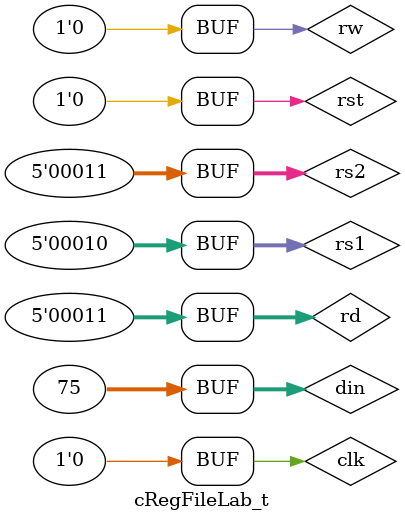
<source format=v>
module cRegFileLab_t;

reg [4:0] rd, rs1, rs2;
reg [31:0] din;
reg rw, rst;
reg clk;

wire [31:0] outA, outB;

cRegFileLab uut (.clk(clk), .din(din), .rd(rd), .rs1(rs1), .rs2(rs2), .rw(rw), .outA(outA), .outB(outB), .rst(rst));

initial begin 
#10;
clk=0;
rst=0;

#10;
clk=1;
rst= 0;

rw=1;

rd = 5'b00010; //rd  = X2
din= 50;

#10;
clk= 0;

#10;
clk=1;
rd = 5'b00011; //rd = X3
din= 75;

#10;
clk=0;
rw=0;

#10
clk=1;
rs1= 5'b00010; //rs1 = X2
rs2= 5'b00011; //rs2 = X3

#10;
clk=0;

#10;
clk=1;
rst=1;

#10;
clk=0;

#10;
clk=1;
rst=0;

#10
clk=0;


end 
endmodule


</source>
